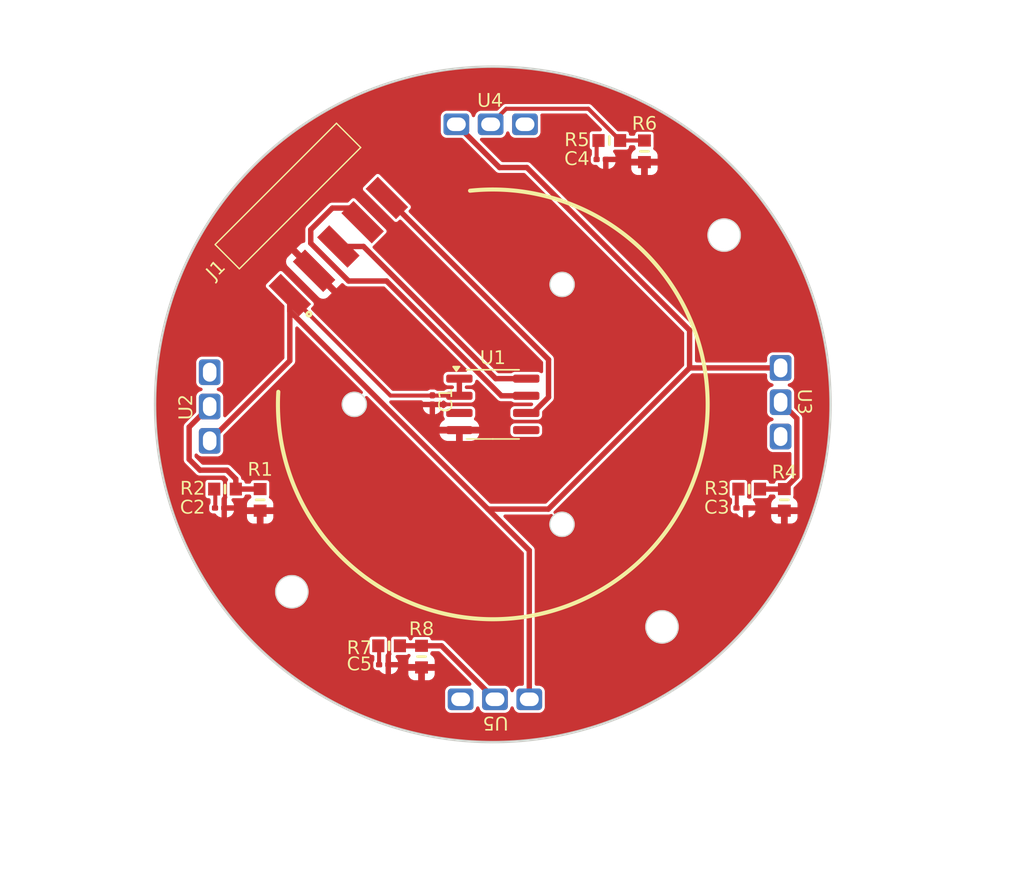
<source format=kicad_pcb>
(kicad_pcb (version 20240108) (generator "pcbnew") (generator_version "8.0")
  (layers (0 "F.Cu" signal) (31 "B.Cu" signal) (34 "B.Paste" user) (35 "F.Paste" user) (36 "B.SilkS" user "B.Silkscreen") (37 "F.SilkS" user "F.Silkscreen") (38 "B.Mask" user) (39 "F.Mask" user) (44 "Edge.Cuts" user))
  (net 0 "")
  (net 1 "+3.3V")
  (net 2 "GND")
  (net 3 "Net-(C2-Pad1)")
  (net 4 "Net-(C3-Pad1)")
  (net 5 "Net-(C4-Pad1)")
  (net 6 "Net-(C5-Pad1)")
  (net 7 "CLK")
  (net 8 "CSN")
  (net 9 "DO")
  (net 10 "Net-(U2-NO)")
  (net 11 "Net-(U3-NO)")
  (net 12 "Net-(U4-NO)")
  (net 13 "Net-(U5-NO)")
  (footprint "SamacSys_Parts:RESC1608X55N" (layer "F.Cu") (at 151.5 71.2 180)
    (property "Reference" "R5" (at 2.4 0 360) (layer "F.SilkS") (effects (font (thickness 0.254))))
    (property "Value" "CMP0603-FX-1002ELF" (hide yes))
    (fp_line (start 0 -0.3) (end 0 0.3) (stroke (width 0.2)) (layer "F.SilkS"))
    (pad "1" smd rect (at -0.8 0 180) (size 0.9 0.95) (layers "F.Cu" "F.Paste" "F.Mask") (net 12 "Net-(U4-NO)"))
    (pad "2" smd rect (at 0.8 0 180) (size 0.9 0.95) (layers "F.Cu" "F.Paste" "F.Mask") (net 5 "Net-(C4-Pad1)"))
  )
  (footprint "SamacSys_Parts:RESC1608X55N" (layer "F.Cu") (at 135.2 108.6 180)
    (property "Reference" "R7" (at 2.2 -0.2 360) (layer "F.SilkS") (effects (font (thickness 0.254))))
    (property "Value" "CMP0603-FX-1002ELF" (hide yes))
    (fp_line (start 0 -0.3) (end 0 0.3) (stroke (width 0.2)) (layer "F.SilkS"))
    (pad "1" smd rect (at -0.8 0 180) (size 0.9 0.95) (layers "F.Cu" "F.Paste" "F.Mask") (net 13 "Net-(U5-NO)"))
    (pad "2" smd rect (at 0.8 0 180) (size 0.9 0.95) (layers "F.Cu" "F.Paste" "F.Mask") (net 6 "Net-(C5-Pad1)"))
  )
  (footprint "Capacitor_SMD:C_0201_0603Metric" (layer "F.Cu") (at 150.9 72.6)
    (property "Reference" "C4" (at -1.8 0 0) (layer "F.SilkS"))
    (property "Value" "100nF")
    (pad "1" smd roundrect (at -0.34 0) (size 0.46 0.4) (layers "F.Cu" "F.Mask") (net 5 "Net-(C4-Pad1)"))
    (pad "2" smd roundrect (at 0.34 0) (size 0.46 0.4) (layers "F.Cu" "F.Mask") (net 2 "GND"))
  )
  (footprint "SamacSys_Parts:microswitch" (layer "F.Cu") (at 163.5 90.730772 -90)
    (property "Reference" "U3" (at -0.2 -2.39 -90) (layer "F.SilkS") (effects (font (thickness 0.1))))
    (property "Value" "~")
    (pad "1" thru_hole roundrect (at -2.7 -0.68 270) (size 1.9 1.6) (drill oval 1.4 1) (layers "*.Cu" "*.Mask") (roundrect_rratio 0.1640419948) (net 1 "+3.3V"))
    (pad "2" thru_hole roundrect (at -0.16 -0.68 270) (size 1.9 1.6) (drill oval 1.4 1) (layers "*.Cu" "*.Mask") (roundrect_rratio 0.1640419948) (net 11 "Net-(U3-NO)"))
    (pad "3" thru_hole roundrect (at 2.38 -0.68 270) (size 1.9 1.6) (drill oval 1.4 1) (layers "*.Cu" "*.Mask") (roundrect_rratio 0.1640419948))
  )
  (footprint "Capacitor_SMD:C_0201_0603Metric" (layer "F.Cu") (at 134.8 110)
    (property "Reference" "C5" (at -1.8 0 0) (layer "F.SilkS"))
    (property "Value" "100nF")
    (pad "1" smd roundrect (at -0.34 0) (size 0.46 0.4) (layers "F.Cu" "F.Mask") (net 6 "Net-(C5-Pad1)"))
    (pad "2" smd roundrect (at 0.34 0) (size 0.46 0.4) (layers "F.Cu" "F.Mask") (net 2 "GND"))
  )
  (footprint "SamacSys_Parts:RESC1608X55N" (layer "F.Cu") (at 123.055 97 180)
    (property "Reference" "R2" (at 2.4 0 360) (layer "F.SilkS") (effects (font (thickness 0.254))))
    (property "Value" "CMP0603-FX-1002ELF" (hide yes))
    (fp_line (start 0 -0.3) (end 0 0.3) (stroke (width 0.2)) (layer "F.SilkS"))
    (pad "1" smd rect (at -0.8 0 180) (size 0.9 0.95) (layers "F.Cu" "F.Paste" "F.Mask") (net 10 "Net-(U2-NO)"))
    (pad "2" smd rect (at 0.8 0 180) (size 0.9 0.95) (layers "F.Cu" "F.Paste" "F.Mask") (net 3 "Net-(C2-Pad1)"))
  )
  (footprint "Capacitor_SMD:C_0201_0603Metric" (layer "F.Cu") (at 161.255 98.4)
    (property "Reference" "C3" (at -1.8 0 0) (layer "F.SilkS"))
    (property "Value" "100nF")
    (pad "1" smd roundrect (at -0.34 0) (size 0.46 0.4) (layers "F.Cu" "F.Mask") (net 4 "Net-(C3-Pad1)"))
    (pad "2" smd roundrect (at 0.34 0) (size 0.46 0.4) (layers "F.Cu" "F.Mask") (net 2 "GND"))
  )
  (footprint "Capacitor_SMD:C_0201_0603Metric" (layer "F.Cu") (at 122.655 98.4)
    (property "Reference" "C2" (at -2 0 0) (layer "F.SilkS"))
    (property "Value" "100nF")
    (pad "1" smd roundrect (at -0.34 0) (size 0.46 0.4) (layers "F.Cu" "F.Mask") (net 3 "Net-(C2-Pad1)"))
    (pad "2" smd roundrect (at 0.34 0) (size 0.46 0.4) (layers "F.Cu" "F.Mask") (net 2 "GND"))
  )
  (footprint "SamacSys_Parts:RESC1608X55N" (layer "F.Cu") (at 154.1 72 90)
    (property "Reference" "R6" (at 2 0 180) (layer "F.SilkS") (effects (font (thickness 0.254))))
    (property "Value" "CMP0603-FX-1002ELF" (hide yes))
    (fp_line (start 0 -0.3) (end 0 0.3) (stroke (width 0.2)) (layer "F.SilkS"))
    (pad "1" smd rect (at -0.8 0 90) (size 0.9 0.95) (layers "F.Cu" "F.Paste" "F.Mask") (net 2 "GND"))
    (pad "2" smd rect (at 0.8 0 90) (size 0.9 0.95) (layers "F.Cu" "F.Paste" "F.Mask") (net 12 "Net-(U4-NO)"))
  )
  (footprint "SamacSys_Parts:RESC1608X55N" (layer "F.Cu") (at 161.855 97 180)
    (property "Reference" "R3" (at 2.4 0 360) (layer "F.SilkS") (effects (font (thickness 0.254))))
    (property "Value" "CMP0603-FX-1002ELF" (hide yes))
    (fp_line (start 0 -0.3) (end 0 0.3) (stroke (width 0.2)) (layer "F.SilkS"))
    (pad "1" smd rect (at -0.8 0 180) (size 0.9 0.95) (layers "F.Cu" "F.Paste" "F.Mask") (net 11 "Net-(U3-NO)"))
    (pad "2" smd rect (at 0.8 0 180) (size 0.9 0.95) (layers "F.Cu" "F.Paste" "F.Mask") (net 4 "Net-(C3-Pad1)"))
  )
  (footprint "Package_SO:SOIC-8_3.9x4.9mm_P1.27mm" (layer "F.Cu") (at 142.876217 90.730772)
    (property "Reference" "U1" (at 0 -3.4 0) (layer "F.SilkS"))
    (property "Value" "MT6701-CT")
    (fp_line (start 0 -2.56) (end -1.95 -2.56) (stroke (width 0.12)) (layer "F.SilkS"))
    (fp_line (start 0 -2.56) (end 1.95 -2.56) (stroke (width 0.12)) (layer "F.SilkS"))
    (fp_line (start 0 2.56) (end -1.95 2.56) (stroke (width 0.12)) (layer "F.SilkS"))
    (fp_line (start 0 2.56) (end 1.95 2.56) (stroke (width 0.12)) (layer "F.SilkS"))
    (fp_poly (pts (xy -2.7 -2.465) (xy -2.94 -2.795) (xy -2.46 -2.795) (xy -2.7 -2.465)) (stroke (width 0.12)) (fill solid) (layer "F.SilkS"))
    (pad "1" smd roundrect (at -2.475 -1.905) (size 1.95 0.6) (layers "F.Cu" "F.Paste" "F.Mask") (net 1 "+3.3V"))
    (pad "2" smd roundrect (at -2.475 -0.635) (size 1.95 0.6) (layers "F.Cu" "F.Paste" "F.Mask") (net 1 "+3.3V"))
    (pad "3" smd roundrect (at -2.475 0.635) (size 1.95 0.6) (layers "F.Cu" "F.Paste" "F.Mask"))
    (pad "4" smd roundrect (at -2.475 1.905) (size 1.95 0.6) (layers "F.Cu" "F.Paste" "F.Mask") (net 2 "GND"))
    (pad "5" smd roundrect (at 2.475 1.905) (size 1.95 0.6) (layers "F.Cu" "F.Paste" "F.Mask"))
    (pad "6" smd roundrect (at 2.475 0.635) (size 1.95 0.6) (layers "F.Cu" "F.Paste" "F.Mask") (net 9 "DO"))
    (pad "7" smd roundrect (at 2.475 -0.635) (size 1.95 0.6) (layers "F.Cu" "F.Paste" "F.Mask") (net 7 "CLK"))
    (pad "8" smd roundrect (at 2.475 -1.905) (size 1.95 0.6) (layers "F.Cu" "F.Paste" "F.Mask") (net 8 "CSN"))
  )
  (footprint "SamacSys_Parts:TSM-105-YY-ZZZ-SH" (layer "F.Cu") (at 131.444024 79.044024 45)
    (property "Reference" "J1" (at -7.636753 -5.153428 45) (layer "F.SilkS") (effects (font (thickness 0.25))))
    (property "Value" "TSM-105-01-F-SH" (hide yes))
    (fp_line (start -6.35 -6.549999) (end 6.35 -6.549999) (stroke (width 0.1)) (layer "F.SilkS"))
    (fp_line (start -6.35 -4.01) (end -6.35 -6.549999) (stroke (width 0.1)) (layer "F.SilkS"))
    (fp_line (start 6.35 -6.549999) (end 6.35 -4.01) (stroke (width 0.1)) (layer "F.SilkS"))
    (fp_line (start 6.35 -4.01) (end -6.35 -4.01) (stroke (width 0.1)) (layer "F.SilkS"))
    (fp_circle (center -5.08 2) (end -5.08 2.049999) (stroke (width 0.2)) (fill none) (layer "F.SilkS"))
    (pad "1" smd rect (at -5.079999 0 45) (size 1.27 3.18) (layers "F.Cu" "F.Paste" "F.Mask") (net 1 "+3.3V"))
    (pad "2" smd rect (at -2.54 0 45) (size 1.27 3.18) (layers "F.Cu" "F.Paste" "F.Mask") (net 2 "GND"))
    (pad "3" smd rect (at 0 0 45) (size 1.27 3.18) (layers "F.Cu" "F.Paste" "F.Mask") (net 8 "CSN"))
    (pad "4" smd rect (at 2.54 0 45) (size 1.27 3.18) (layers "F.Cu" "F.Paste" "F.Mask") (net 7 "CLK"))
    (pad "5" smd rect (at 5.079999 0 45) (size 1.27 3.18) (layers "F.Cu" "F.Paste" "F.Mask") (net 9 "DO"))
  )
  (footprint "Capacitor_SMD:C_0201_0603Metric" (layer "F.Cu") (at 138.4 90.4 -90)
    (property "Reference" "C1" (at 0 -1.05 90) (layer "F.SilkS"))
    (property "Value" "100nF")
    (pad "1" smd roundrect (at -0.34 0 270) (size 0.46 0.4) (layers "F.Cu" "F.Mask") (net 1 "+3.3V"))
    (pad "2" smd roundrect (at 0.34 0 270) (size 0.46 0.4) (layers "F.Cu" "F.Mask") (net 2 "GND"))
  )
  (footprint "SamacSys_Parts:microswitch" (layer "F.Cu") (at 142.876217 111.88 180)
    (property "Reference" "U5" (at -0.2 -2.39 180) (layer "F.SilkS") (effects (font (thickness 0.1))))
    (property "Value" "~")
    (pad "1" thru_hole roundrect (at -2.7 -0.68 180) (size 1.9 1.6) (drill oval 1.4 1) (layers "*.Cu" "*.Mask") (roundrect_rratio 0.1640419948) (net 1 "+3.3V"))
    (pad "2" thru_hole roundrect (at -0.16 -0.68 180) (size 1.9 1.6) (drill oval 1.4 1) (layers "*.Cu" "*.Mask") (roundrect_rratio 0.1640419948) (net 13 "Net-(U5-NO)"))
    (pad "3" thru_hole roundrect (at 2.38 -0.68 180) (size 1.9 1.6) (drill oval 1.4 1) (layers "*.Cu" "*.Mask") (roundrect_rratio 0.1640419948))
  )
  (footprint "SamacSys_Parts:microswitch" (layer "F.Cu") (at 142.876217 70.68)
    (property "Reference" "U4" (at -0.2 -2.39 0) (layer "F.SilkS") (effects (font (thickness 0.1))))
    (property "Value" "~")
    (pad "1" thru_hole roundrect (at -2.7 -0.68) (size 1.9 1.6) (drill oval 1.4 1) (layers "*.Cu" "*.Mask") (roundrect_rratio 0.1640419948) (net 1 "+3.3V"))
    (pad "2" thru_hole roundrect (at -0.16 -0.68) (size 1.9 1.6) (drill oval 1.4 1) (layers "*.Cu" "*.Mask") (roundrect_rratio 0.1640419948) (net 12 "Net-(U4-NO)"))
    (pad "3" thru_hole roundrect (at 2.38 -0.68) (size 1.9 1.6) (drill oval 1.4 1) (layers "*.Cu" "*.Mask") (roundrect_rratio 0.1640419948))
  )
  (footprint "SamacSys_Parts:RESC1608X55N" (layer "F.Cu") (at 125.655 97.8 90)
    (property "Reference" "R1" (at 2.2 0 0) (layer "F.SilkS") (effects (font (thickness 0.254))))
    (property "Value" "CMP0603-FX-1002ELF" (hide yes))
    (fp_line (start 0 -0.3) (end 0 0.3) (stroke (width 0.2)) (layer "F.SilkS"))
    (pad "1" smd rect (at -0.8 0 90) (size 0.9 0.95) (layers "F.Cu" "F.Paste" "F.Mask") (net 2 "GND"))
    (pad "2" smd rect (at 0.8 0 90) (size 0.9 0.95) (layers "F.Cu" "F.Paste" "F.Mask") (net 10 "Net-(U2-NO)"))
  )
  (footprint "SamacSys_Parts:microswitch" (layer "F.Cu") (at 122.6 90.730772 90)
    (property "Reference" "U2" (at -0.2 -2.39 90) (layer "F.SilkS") (effects (font (thickness 0.1))))
    (property "Value" "~")
    (pad "1" thru_hole roundrect (at -2.7 -0.68 90) (size 1.9 1.6) (drill oval 1.4 1) (layers "*.Cu" "*.Mask") (roundrect_rratio 0.1640419948) (net 1 "+3.3V"))
    (pad "2" thru_hole roundrect (at -0.16 -0.68 90) (size 1.9 1.6) (drill oval 1.4 1) (layers "*.Cu" "*.Mask") (roundrect_rratio 0.1640419948) (net 10 "Net-(U2-NO)"))
    (pad "3" thru_hole roundrect (at 2.38 -0.68 90) (size 1.9 1.6) (drill oval 1.4 1) (layers "*.Cu" "*.Mask") (roundrect_rratio 0.1640419948))
  )
  (footprint "SamacSys_Parts:RESC1608X55N" (layer "F.Cu") (at 137.6 109.4 90)
    (property "Reference" "R8" (at 2 0 180) (layer "F.SilkS") (effects (font (thickness 0.254))))
    (property "Value" "CMP0603-FX-1002ELF" (hide yes))
    (fp_line (start 0 -0.3) (end 0 0.3) (stroke (width 0.2)) (layer "F.SilkS"))
    (pad "1" smd rect (at -0.8 0 90) (size 0.9 0.95) (layers "F.Cu" "F.Paste" "F.Mask") (net 2 "GND"))
    (pad "2" smd rect (at 0.8 0 90) (size 0.9 0.95) (layers "F.Cu" "F.Paste" "F.Mask") (net 13 "Net-(U5-NO)"))
  )
  (footprint "SamacSys_Parts:RESC1608X55N" (layer "F.Cu") (at 164.455 97.8 90)
    (property "Reference" "R4" (at 2 0 360) (layer "F.SilkS") (effects (font (thickness 0.254))))
    (property "Value" "CMP0603-FX-1002ELF" (hide yes))
    (fp_line (start 0 -0.3) (end 0 0.3) (stroke (width 0.2)) (layer "F.SilkS"))
    (pad "1" smd rect (at -0.8 0 90) (size 0.9 0.95) (layers "F.Cu" "F.Paste" "F.Mask") (net 2 "GND"))
    (pad "2" smd rect (at 0.8 0 90) (size 0.9 0.95) (layers "F.Cu" "F.Paste" "F.Mask") (net 11 "Net-(U3-NO)"))
  )
  (gr_arc (start 141.191137 74.91682) (mid 154.386082 101.705447) (end 127.000001 89.8) (stroke (width 0.3)) (layer "F.SilkS"))
  (gr_circle (center 142.876217 90.730772) (end 167.876217 90.730772) (stroke (width 0.18)) (fill none) (layer "Edge.Cuts"))
  (gr_circle (center 128 104.6) (end 129.2 104.6) (stroke (width 0.09)) (fill none) (layer "Edge.Cuts"))
  (gr_circle (center 148.006989 81.854555) (end 148.906989 81.854555) (stroke (width 0.09)) (fill none) (layer "Edge.Cuts"))
  (gr_circle (center 155.4 107.2) (end 156.6 107.2) (stroke (width 0.09)) (fill none) (layer "Edge.Cuts"))
  (gr_circle (center 160 78.2) (end 161.2 78.2) (stroke (width 0.09)) (fill none) (layer "Edge.Cuts"))
  (gr_circle (center 132.626217 90.730772) (end 133.526217 90.730772) (stroke (width 0.09)) (fill none) (layer "Edge.Cuts"))
  (gr_circle (center 148.000077 99.609269) (end 148.900077 99.609269) (stroke (width 0.09)) (fill none) (layer "Edge.Cuts"))
  (segment (start 142.516862 98.483138) (end 127.851922 83.818197) (width 0.4) (layer "F.Cu") (net 1))
  (segment (start 145.576217 112.56) (end 145.576217 101.542492) (width 0.4) (layer "F.Cu") (net 1))
  (segment (start 157.440294 88.030772) (end 146.987928 98.483138) (width 0.4) (layer "F.Cu") (net 1))
  (segment (start 145.576217 101.542492) (end 142.516862 98.483138) (width 0.4) (layer "F.Cu") (net 1))
  (segment (start 140.401217 88.825772) (end 140.401217 90.095772) (width 0.4) (layer "F.Cu") (net 1))
  (segment (start 138.4 90.08) (end 135.295796 90.08) (width 0.3) (layer "F.Cu") (net 1))
  (segment (start 164.18 88.030772) (end 157.440294 88.030772) (width 0.4) (layer "F.Cu") (net 1))
  (segment (start 127.851922 83.818197) (end 127.851922 82.636126) (width 0.4) (layer "F.Cu") (net 1))
  (segment (start 135.295796 90.08) (end 127.851922 82.636126) (width 0.3) (layer "F.Cu") (net 1))
  (segment (start 121.92 93.430772) (end 127.851922 87.49885) (width 0.4) (layer "F.Cu") (net 1))
  (segment (start 145.4 73.2) (end 157.440294 85.240294) (width 0.4) (layer "F.Cu") (net 1))
  (segment (start 140.385445 90.08) (end 140.401217 90.095772) (width 0.2) (layer "F.Cu") (net 1))
  (segment (start 138.4 90.08) (end 140.385445 90.08) (width 0.3) (layer "F.Cu") (net 1))
  (segment (start 157.440294 85.240294) (end 157.440294 88.030772) (width 0.4) (layer "F.Cu") (net 1))
  (segment (start 127.851922 87.49885) (end 127.851922 82.636126) (width 0.4) (layer "F.Cu") (net 1))
  (segment (start 143.376217 73.2) (end 145.4 73.2) (width 0.4) (layer "F.Cu") (net 1))
  (segment (start 140.176217 70) (end 143.376217 73.2) (width 0.4) (layer "F.Cu") (net 1))
  (segment (start 146.987928 98.483138) (end 142.516862 98.483138) (width 0.4) (layer "F.Cu") (net 1))
  (segment (start 122.335 97.08) (end 122.255 97) (width 0.3) (layer "F.Cu") (net 3))
  (segment (start 122.335 98.4) (end 122.335 97.08) (width 0.3) (layer "F.Cu") (net 3))
  (segment (start 160.935 97.12) (end 161.055 97) (width 0.3) (layer "F.Cu") (net 4))
  (segment (start 160.935 98.4) (end 160.935 97.12) (width 0.3) (layer "F.Cu") (net 4))
  (segment (start 150.56 71.34) (end 150.7 71.2) (width 0.3) (layer "F.Cu") (net 5))
  (segment (start 150.56 72.6) (end 150.56 71.34) (width 0.3) (layer "F.Cu") (net 5))
  (segment (start 134.46 108.66) (end 134.4 108.6) (width 0.3) (layer "F.Cu") (net 6))
  (segment (start 134.46 110) (end 134.46 108.66) (width 0.3) (layer "F.Cu") (net 6))
  (segment (start 135.013891 81.6) (end 143.509663 90.095772) (width 0.4) (layer "F.Cu") (net 7))
  (segment (start 129.4 77.8) (end 129.4 78.8) (width 0.4) (layer "F.Cu") (net 7))
  (segment (start 143.509663 90.095772) (end 145.351217 90.095772) (width 0.4) (layer "F.Cu") (net 7))
  (segment (start 131 76.2) (end 129.4 77.8) (width 0.4) (layer "F.Cu") (net 7))
  (segment (start 132.192102 76.2) (end 131 76.2) (width 0.4) (layer "F.Cu") (net 7))
  (segment (start 133.240075 77.247973) (end 132.192102 76.2) (width 0.4) (layer "F.Cu") (net 7))
  (segment (start 129.4 78.8) (end 132.2 81.6) (width 0.4) (layer "F.Cu") (net 7))
  (segment (start 132.2 81.6) (end 135.013891 81.6) (width 0.4) (layer "F.Cu") (net 7))
  (segment (start 133.306443 79.044024) (end 143.088191 88.825772) (width 0.4) (layer "F.Cu") (net 8))
  (segment (start 131.444024 79.044024) (end 133.306443 79.044024) (width 0.4) (layer "F.Cu") (net 8))
  (segment (start 143.088191 88.825772) (end 145.351217 88.825772) (width 0.4) (layer "F.Cu") (net 8))
  (segment (start 135.036126 75.451922) (end 147 87.415796) (width 0.4) (layer "F.Cu") (net 9))
  (segment (start 145.838191 91.365772) (end 145.351217 91.365772) (width 0.4) (layer "F.Cu") (net 9))
  (segment (start 147 90.203963) (end 145.838191 91.365772) (width 0.4) (layer "F.Cu") (net 9))
  (segment (start 147 87.415796) (end 147 90.203963) (width 0.4) (layer "F.Cu") (net 9))
  (segment (start 123.855 97) (end 125.655 97) (width 0.4) (layer "F.Cu") (net 10))
  (segment (start 121.2 95.6) (end 120.4 94.8) (width 0.4) (layer "F.Cu") (net 10))
  (segment (start 123.855 97) (end 123.855 96.255) (width 0.4) (layer "F.Cu") (net 10))
  (segment (start 123.855 96.255) (end 123.2 95.6) (width 0.4) (layer "F.Cu") (net 10))
  (segment (start 120.4 92.410772) (end 121.92 90.890772) (width 0.4) (layer "F.Cu") (net 10))
  (segment (start 120.4 94.8) (end 120.4 92.410772) (width 0.4) (layer "F.Cu") (net 10))
  (segment (start 123.2 95.6) (end 121.2 95.6) (width 0.4) (layer "F.Cu") (net 10))
  (segment (start 165.38 96.075) (end 165.38 91.770772) (width 0.4) (layer "F.Cu") (net 11))
  (segment (start 164.455 97) (end 165.38 96.075) (width 0.4) (layer "F.Cu") (net 11))
  (segment (start 165.38 91.770772) (end 164.18 90.570772) (width 0.4) (layer "F.Cu") (net 11))
  (segment (start 162.655 97) (end 164.455 97) (width 0.4) (layer "F.Cu") (net 11))
  (segment (start 143.866217 68.85) (end 142.716217 70) (width 0.3) (layer "F.Cu") (net 12))
  (segment (start 149.95 68.85) (end 143.866217 68.85) (width 0.3) (layer "F.Cu") (net 12))
  (segment (start 152.3 71.2) (end 154.1 71.2) (width 0.3) (layer "F.Cu") (net 12))
  (segment (start 152.3 71.2) (end 149.95 68.85) (width 0.3) (layer "F.Cu") (net 12))
  (segment (start 139.076217 108.6) (end 143.036217 112.56) (width 0.4) (layer "F.Cu") (net 13))
  (segment (start 136 108.6) (end 137.6 108.6) (width 0.4) (layer "F.Cu") (net 13))
  (segment (start 137.6 108.6) (end 139.076217 108.6) (width 0.4) (layer "F.Cu") (net 13))
  (zone (net 2) (net_name "GND") (layer "F.Cu") (connect_pads (clearance 0)) (min_thickness 0.25) (fill yes (thermal_gap 0.5) (thermal_bridge_width 0.5))
    (polygon (pts (xy 118.8 60.8) (xy 170.6 61.6) (xy 182.2 92.8) (xy 167.2 119.4) (xy 130.6 126.6) (xy 111.2 110.4) (xy 106.4 84.6) (xy 118.6 60.8)))
  )
)
</source>
